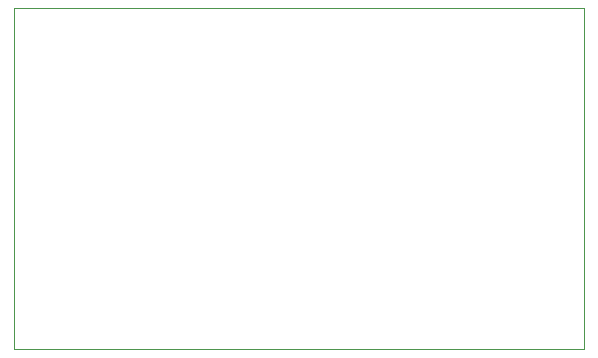
<source format=gbr>
G04 EAGLE Gerber X2 export*
G04 #@! %TF.Part,Single*
G04 #@! %TF.FileFunction,Profile,NP*
G04 #@! %TF.FilePolarity,Positive*
G04 #@! %TF.GenerationSoftware,Autodesk,EAGLE,9.0.0*
G04 #@! %TF.CreationDate,2019-08-08T19:07:24Z*
G75*
%MOMM*%
%FSLAX34Y34*%
%LPD*%
%AMOC8*
5,1,8,0,0,1.08239X$1,22.5*%
G01*
%ADD10C,0.000000*%


D10*
X0Y-12700D02*
X482400Y-12700D01*
X482400Y276100D01*
X0Y276100D01*
X0Y-12700D01*
M02*

</source>
